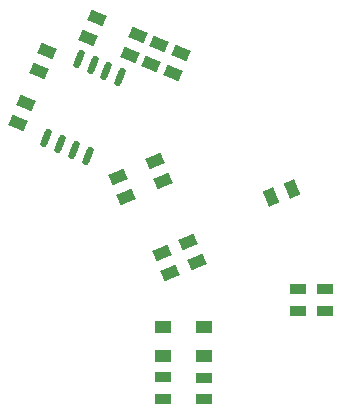
<source format=gtp>
%FSTAX23Y23*%
%MOIN*%
%SFA1B1*%

%IPPOS*%
%AMD16*
4,1,4,0.032600,0.006800,-0.018300,0.027800,-0.032600,-0.006800,0.018300,-0.027800,0.032600,0.006800,0.0*
%
%AMD17*
4,1,4,-0.018300,-0.027800,0.032600,-0.006800,0.018300,0.027800,-0.032600,0.006800,-0.018300,-0.027800,0.0*
%
%AMD19*
4,1,4,-0.027800,0.018300,-0.006800,-0.032600,0.027800,-0.018300,0.006800,0.032600,-0.027800,0.018300,0.0*
%
%AMD20*
4,1,4,-0.018800,-0.014500,0.003000,-0.023500,0.018800,0.014500,-0.003000,0.023500,-0.018800,-0.014500,0.0*
1,1,0.023620,-0.007900,-0.019000*
1,1,0.023620,0.007900,0.019000*
%
%ADD15R,0.055120X0.037400*%
G04~CAMADD=16~9~0.0~0.0~551.2~374.0~0.0~0.0~0~0.0~0.0~0.0~0.0~0~0.0~0.0~0.0~0.0~0~0.0~0.0~0.0~337.5~652.0~555.0*
%ADD16D16*%
G04~CAMADD=17~9~0.0~0.0~551.2~374.0~0.0~0.0~0~0.0~0.0~0.0~0.0~0~0.0~0.0~0.0~0.0~0~0.0~0.0~0.0~202.5~652.0~555.0*
%ADD17D17*%
%ADD18R,0.057090X0.043310*%
G04~CAMADD=19~9~0.0~0.0~551.2~374.0~0.0~0.0~0~0.0~0.0~0.0~0.0~0~0.0~0.0~0.0~0.0~0~0.0~0.0~0.0~112.5~556.0~651.0*
%ADD19D19*%
G04~CAMADD=20~3~0.0~0.0~236.2~649.6~0.0~0.0~0~0.0~0.0~0.0~0.0~0~0.0~0.0~0.0~0.0~0~0.0~0.0~0.0~157.5~392.0~614.0*
%ADD20D20*%
%LNfront_end-1*%
%LPD*%
G54D15*
X04541Y02983D03*
Y03056D03*
X04677Y03054D03*
Y02981D03*
X0508Y0335D03*
Y03277D03*
X0499Y0335D03*
Y03277D03*
G54D16*
X04291Y04186D03*
X04318Y04253D03*
X04572Y04069D03*
X04599Y04136D03*
X04527Y04166D03*
X045Y04099D03*
X04428Y04129D03*
X04455Y04196D03*
X04153Y04143D03*
X04126Y04076D03*
X04056Y03901D03*
X04083Y03968D03*
G54D17*
X04624Y03507D03*
X04652Y0344D03*
X04537Y0347D03*
X04564Y03403D03*
X04513Y03776D03*
X04541Y03709D03*
X04389Y03723D03*
X04417Y03656D03*
G54D18*
X04541Y03222D03*
Y03127D03*
X04677Y03222D03*
Y03127D03*
G54D19*
X04968Y03683D03*
X04901Y03656D03*
G54D20*
X04397Y04057D03*
X04351Y04076D03*
X04305Y04095D03*
X04259Y04115D03*
X04288Y03794D03*
X04242Y03813D03*
X04196Y03832D03*
X04149Y03851D03*
M02*
</source>
